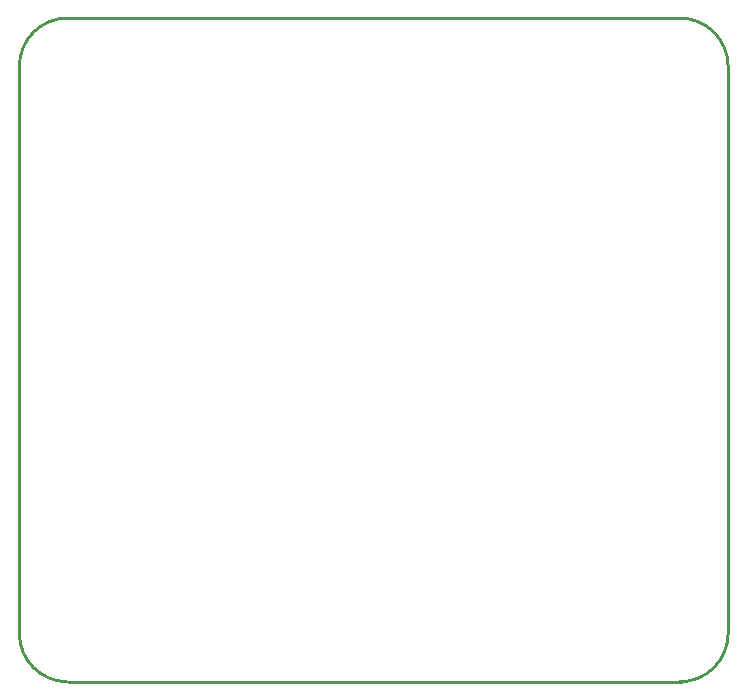
<source format=gm1>
G04*
G04 #@! TF.GenerationSoftware,Altium Limited,Altium Designer,20.2.6 (244)*
G04*
G04 Layer_Color=16711935*
%FSLAX24Y24*%
%MOIN*%
G70*
G04*
G04 #@! TF.SameCoordinates,10DCDC14-C833-4712-9BA6-5F063841230D*
G04*
G04*
G04 #@! TF.FilePolarity,Positive*
G04*
G01*
G75*
%ADD17C,0.0100*%
D17*
X106Y1701D02*
G03*
X1720Y87I1614J0D01*
G01*
X22120D02*
G03*
X23734Y1701I0J1614D01*
G01*
Y20599D02*
G03*
X22120Y22213I-1614J0D01*
G01*
X1720D02*
G03*
X106Y20599I0J-1614D01*
G01*
X1720Y87D02*
X22190Y90D01*
X22120Y87D02*
X22190Y90D01*
X23734Y1701D02*
Y20599D01*
X1720Y22213D02*
X22120D01*
X106Y1701D02*
Y20599D01*
M02*

</source>
